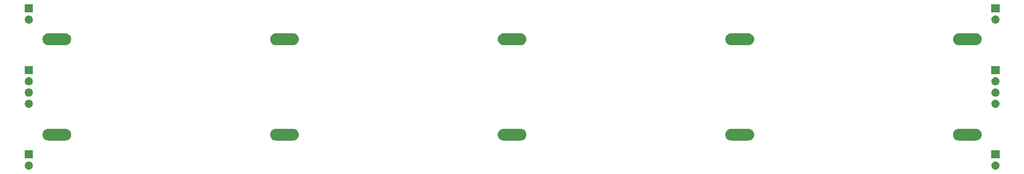
<source format=gbr>
G04 #@! TF.GenerationSoftware,KiCad,Pcbnew,(5.1.2)-2*
G04 #@! TF.CreationDate,2020-02-10T16:58:43+01:00*
G04 #@! TF.ProjectId,S174,53313734-2e6b-4696-9361-645f70636258,rev?*
G04 #@! TF.SameCoordinates,Original*
G04 #@! TF.FileFunction,Soldermask,Bot*
G04 #@! TF.FilePolarity,Negative*
%FSLAX46Y46*%
G04 Gerber Fmt 4.6, Leading zero omitted, Abs format (unit mm)*
G04 Created by KiCad (PCBNEW (5.1.2)-2) date 2020-02-10 16:58:43*
%MOMM*%
%LPD*%
G04 APERTURE LIST*
%ADD10C,0.100000*%
G04 APERTURE END LIST*
D10*
G36*
X273071213Y-113277502D02*
G01*
X273142321Y-113284505D01*
X273279172Y-113326019D01*
X273279175Y-113326020D01*
X273405294Y-113393432D01*
X273515843Y-113484157D01*
X273606568Y-113594706D01*
X273673980Y-113720825D01*
X273673981Y-113720828D01*
X273715495Y-113857679D01*
X273729512Y-114000000D01*
X273715495Y-114142321D01*
X273673981Y-114279172D01*
X273673980Y-114279175D01*
X273606568Y-114405294D01*
X273515843Y-114515843D01*
X273405294Y-114606568D01*
X273279175Y-114673980D01*
X273279172Y-114673981D01*
X273142321Y-114715495D01*
X273071213Y-114722498D01*
X273035660Y-114726000D01*
X272964340Y-114726000D01*
X272928787Y-114722498D01*
X272857679Y-114715495D01*
X272720828Y-114673981D01*
X272720825Y-114673980D01*
X272594706Y-114606568D01*
X272484157Y-114515843D01*
X272393432Y-114405294D01*
X272326020Y-114279175D01*
X272326019Y-114279172D01*
X272284505Y-114142321D01*
X272270488Y-114000000D01*
X272284505Y-113857679D01*
X272326019Y-113720828D01*
X272326020Y-113720825D01*
X272393432Y-113594706D01*
X272484157Y-113484157D01*
X272594706Y-113393432D01*
X272720825Y-113326020D01*
X272720828Y-113326019D01*
X272857679Y-113284505D01*
X272928787Y-113277502D01*
X272964340Y-113274000D01*
X273035660Y-113274000D01*
X273071213Y-113277502D01*
X273071213Y-113277502D01*
G37*
G36*
X101071213Y-113277502D02*
G01*
X101142321Y-113284505D01*
X101279172Y-113326019D01*
X101279175Y-113326020D01*
X101405294Y-113393432D01*
X101515843Y-113484157D01*
X101606568Y-113594706D01*
X101673980Y-113720825D01*
X101673981Y-113720828D01*
X101715495Y-113857679D01*
X101729512Y-114000000D01*
X101715495Y-114142321D01*
X101673981Y-114279172D01*
X101673980Y-114279175D01*
X101606568Y-114405294D01*
X101515843Y-114515843D01*
X101405294Y-114606568D01*
X101279175Y-114673980D01*
X101279172Y-114673981D01*
X101142321Y-114715495D01*
X101071213Y-114722498D01*
X101035660Y-114726000D01*
X100964340Y-114726000D01*
X100928787Y-114722498D01*
X100857679Y-114715495D01*
X100720828Y-114673981D01*
X100720825Y-114673980D01*
X100594706Y-114606568D01*
X100484157Y-114515843D01*
X100393432Y-114405294D01*
X100326020Y-114279175D01*
X100326019Y-114279172D01*
X100284505Y-114142321D01*
X100270488Y-114000000D01*
X100284505Y-113857679D01*
X100326019Y-113720828D01*
X100326020Y-113720825D01*
X100393432Y-113594706D01*
X100484157Y-113484157D01*
X100594706Y-113393432D01*
X100720825Y-113326020D01*
X100720828Y-113326019D01*
X100857679Y-113284505D01*
X100928787Y-113277502D01*
X100964340Y-113274000D01*
X101035660Y-113274000D01*
X101071213Y-113277502D01*
X101071213Y-113277502D01*
G37*
G36*
X273726000Y-112726000D02*
G01*
X272274000Y-112726000D01*
X272274000Y-111274000D01*
X273726000Y-111274000D01*
X273726000Y-112726000D01*
X273726000Y-112726000D01*
G37*
G36*
X101726000Y-112726000D02*
G01*
X100274000Y-112726000D01*
X100274000Y-111274000D01*
X101726000Y-111274000D01*
X101726000Y-112726000D01*
X101726000Y-112726000D01*
G37*
G36*
X269603097Y-107454069D02*
G01*
X269706032Y-107464207D01*
X269904146Y-107524305D01*
X269904149Y-107524306D01*
X270000975Y-107576061D01*
X270086729Y-107621897D01*
X270246765Y-107753235D01*
X270378103Y-107913271D01*
X270423939Y-107999025D01*
X270475694Y-108095851D01*
X270475695Y-108095854D01*
X270535793Y-108293968D01*
X270556085Y-108500000D01*
X270535793Y-108706032D01*
X270475695Y-108904146D01*
X270475694Y-108904149D01*
X270423939Y-109000975D01*
X270378103Y-109086729D01*
X270246765Y-109246765D01*
X270086729Y-109378103D01*
X270000975Y-109423939D01*
X269904149Y-109475694D01*
X269904146Y-109475695D01*
X269706032Y-109535793D01*
X269603097Y-109545931D01*
X269551631Y-109551000D01*
X266448369Y-109551000D01*
X266396903Y-109545931D01*
X266293968Y-109535793D01*
X266095854Y-109475695D01*
X266095851Y-109475694D01*
X265999025Y-109423939D01*
X265913271Y-109378103D01*
X265753235Y-109246765D01*
X265621897Y-109086729D01*
X265576061Y-109000975D01*
X265524306Y-108904149D01*
X265524305Y-108904146D01*
X265464207Y-108706032D01*
X265443915Y-108500000D01*
X265464207Y-108293968D01*
X265524305Y-108095854D01*
X265524306Y-108095851D01*
X265576061Y-107999025D01*
X265621897Y-107913271D01*
X265753235Y-107753235D01*
X265913271Y-107621897D01*
X265999025Y-107576061D01*
X266095851Y-107524306D01*
X266095854Y-107524305D01*
X266293968Y-107464207D01*
X266396903Y-107454069D01*
X266448369Y-107449000D01*
X269551631Y-107449000D01*
X269603097Y-107454069D01*
X269603097Y-107454069D01*
G37*
G36*
X107603097Y-107454069D02*
G01*
X107706032Y-107464207D01*
X107904146Y-107524305D01*
X107904149Y-107524306D01*
X108000975Y-107576061D01*
X108086729Y-107621897D01*
X108246765Y-107753235D01*
X108378103Y-107913271D01*
X108423939Y-107999025D01*
X108475694Y-108095851D01*
X108475695Y-108095854D01*
X108535793Y-108293968D01*
X108556085Y-108500000D01*
X108535793Y-108706032D01*
X108475695Y-108904146D01*
X108475694Y-108904149D01*
X108423939Y-109000975D01*
X108378103Y-109086729D01*
X108246765Y-109246765D01*
X108086729Y-109378103D01*
X108000975Y-109423939D01*
X107904149Y-109475694D01*
X107904146Y-109475695D01*
X107706032Y-109535793D01*
X107603097Y-109545931D01*
X107551631Y-109551000D01*
X104448369Y-109551000D01*
X104396903Y-109545931D01*
X104293968Y-109535793D01*
X104095854Y-109475695D01*
X104095851Y-109475694D01*
X103999025Y-109423939D01*
X103913271Y-109378103D01*
X103753235Y-109246765D01*
X103621897Y-109086729D01*
X103576061Y-109000975D01*
X103524306Y-108904149D01*
X103524305Y-108904146D01*
X103464207Y-108706032D01*
X103443915Y-108500000D01*
X103464207Y-108293968D01*
X103524305Y-108095854D01*
X103524306Y-108095851D01*
X103576061Y-107999025D01*
X103621897Y-107913271D01*
X103753235Y-107753235D01*
X103913271Y-107621897D01*
X103999025Y-107576061D01*
X104095851Y-107524306D01*
X104095854Y-107524305D01*
X104293968Y-107464207D01*
X104396903Y-107454069D01*
X104448369Y-107449000D01*
X107551631Y-107449000D01*
X107603097Y-107454069D01*
X107603097Y-107454069D01*
G37*
G36*
X148103097Y-107454069D02*
G01*
X148206032Y-107464207D01*
X148404146Y-107524305D01*
X148404149Y-107524306D01*
X148500975Y-107576061D01*
X148586729Y-107621897D01*
X148746765Y-107753235D01*
X148878103Y-107913271D01*
X148923939Y-107999025D01*
X148975694Y-108095851D01*
X148975695Y-108095854D01*
X149035793Y-108293968D01*
X149056085Y-108500000D01*
X149035793Y-108706032D01*
X148975695Y-108904146D01*
X148975694Y-108904149D01*
X148923939Y-109000975D01*
X148878103Y-109086729D01*
X148746765Y-109246765D01*
X148586729Y-109378103D01*
X148500975Y-109423939D01*
X148404149Y-109475694D01*
X148404146Y-109475695D01*
X148206032Y-109535793D01*
X148103097Y-109545931D01*
X148051631Y-109551000D01*
X144948369Y-109551000D01*
X144896903Y-109545931D01*
X144793968Y-109535793D01*
X144595854Y-109475695D01*
X144595851Y-109475694D01*
X144499025Y-109423939D01*
X144413271Y-109378103D01*
X144253235Y-109246765D01*
X144121897Y-109086729D01*
X144076061Y-109000975D01*
X144024306Y-108904149D01*
X144024305Y-108904146D01*
X143964207Y-108706032D01*
X143943915Y-108500000D01*
X143964207Y-108293968D01*
X144024305Y-108095854D01*
X144024306Y-108095851D01*
X144076061Y-107999025D01*
X144121897Y-107913271D01*
X144253235Y-107753235D01*
X144413271Y-107621897D01*
X144499025Y-107576061D01*
X144595851Y-107524306D01*
X144595854Y-107524305D01*
X144793968Y-107464207D01*
X144896903Y-107454069D01*
X144948369Y-107449000D01*
X148051631Y-107449000D01*
X148103097Y-107454069D01*
X148103097Y-107454069D01*
G37*
G36*
X188603097Y-107454069D02*
G01*
X188706032Y-107464207D01*
X188904146Y-107524305D01*
X188904149Y-107524306D01*
X189000975Y-107576061D01*
X189086729Y-107621897D01*
X189246765Y-107753235D01*
X189378103Y-107913271D01*
X189423939Y-107999025D01*
X189475694Y-108095851D01*
X189475695Y-108095854D01*
X189535793Y-108293968D01*
X189556085Y-108500000D01*
X189535793Y-108706032D01*
X189475695Y-108904146D01*
X189475694Y-108904149D01*
X189423939Y-109000975D01*
X189378103Y-109086729D01*
X189246765Y-109246765D01*
X189086729Y-109378103D01*
X189000975Y-109423939D01*
X188904149Y-109475694D01*
X188904146Y-109475695D01*
X188706032Y-109535793D01*
X188603097Y-109545931D01*
X188551631Y-109551000D01*
X185448369Y-109551000D01*
X185396903Y-109545931D01*
X185293968Y-109535793D01*
X185095854Y-109475695D01*
X185095851Y-109475694D01*
X184999025Y-109423939D01*
X184913271Y-109378103D01*
X184753235Y-109246765D01*
X184621897Y-109086729D01*
X184576061Y-109000975D01*
X184524306Y-108904149D01*
X184524305Y-108904146D01*
X184464207Y-108706032D01*
X184443915Y-108500000D01*
X184464207Y-108293968D01*
X184524305Y-108095854D01*
X184524306Y-108095851D01*
X184576061Y-107999025D01*
X184621897Y-107913271D01*
X184753235Y-107753235D01*
X184913271Y-107621897D01*
X184999025Y-107576061D01*
X185095851Y-107524306D01*
X185095854Y-107524305D01*
X185293968Y-107464207D01*
X185396903Y-107454069D01*
X185448369Y-107449000D01*
X188551631Y-107449000D01*
X188603097Y-107454069D01*
X188603097Y-107454069D01*
G37*
G36*
X229103097Y-107454069D02*
G01*
X229206032Y-107464207D01*
X229404146Y-107524305D01*
X229404149Y-107524306D01*
X229500975Y-107576061D01*
X229586729Y-107621897D01*
X229746765Y-107753235D01*
X229878103Y-107913271D01*
X229923939Y-107999025D01*
X229975694Y-108095851D01*
X229975695Y-108095854D01*
X230035793Y-108293968D01*
X230056085Y-108500000D01*
X230035793Y-108706032D01*
X229975695Y-108904146D01*
X229975694Y-108904149D01*
X229923939Y-109000975D01*
X229878103Y-109086729D01*
X229746765Y-109246765D01*
X229586729Y-109378103D01*
X229500975Y-109423939D01*
X229404149Y-109475694D01*
X229404146Y-109475695D01*
X229206032Y-109535793D01*
X229103097Y-109545931D01*
X229051631Y-109551000D01*
X225948369Y-109551000D01*
X225896903Y-109545931D01*
X225793968Y-109535793D01*
X225595854Y-109475695D01*
X225595851Y-109475694D01*
X225499025Y-109423939D01*
X225413271Y-109378103D01*
X225253235Y-109246765D01*
X225121897Y-109086729D01*
X225076061Y-109000975D01*
X225024306Y-108904149D01*
X225024305Y-108904146D01*
X224964207Y-108706032D01*
X224943915Y-108500000D01*
X224964207Y-108293968D01*
X225024305Y-108095854D01*
X225024306Y-108095851D01*
X225076061Y-107999025D01*
X225121897Y-107913271D01*
X225253235Y-107753235D01*
X225413271Y-107621897D01*
X225499025Y-107576061D01*
X225595851Y-107524306D01*
X225595854Y-107524305D01*
X225793968Y-107464207D01*
X225896903Y-107454069D01*
X225948369Y-107449000D01*
X229051631Y-107449000D01*
X229103097Y-107454069D01*
X229103097Y-107454069D01*
G37*
G36*
X273071213Y-102277502D02*
G01*
X273142321Y-102284505D01*
X273279172Y-102326019D01*
X273279175Y-102326020D01*
X273405294Y-102393432D01*
X273515843Y-102484157D01*
X273606568Y-102594706D01*
X273673980Y-102720825D01*
X273673981Y-102720828D01*
X273715495Y-102857679D01*
X273729512Y-103000000D01*
X273715495Y-103142321D01*
X273673981Y-103279172D01*
X273673980Y-103279175D01*
X273606568Y-103405294D01*
X273515843Y-103515843D01*
X273405294Y-103606568D01*
X273279175Y-103673980D01*
X273279172Y-103673981D01*
X273142321Y-103715495D01*
X273071213Y-103722498D01*
X273035660Y-103726000D01*
X272964340Y-103726000D01*
X272928787Y-103722498D01*
X272857679Y-103715495D01*
X272720828Y-103673981D01*
X272720825Y-103673980D01*
X272594706Y-103606568D01*
X272484157Y-103515843D01*
X272393432Y-103405294D01*
X272326020Y-103279175D01*
X272326019Y-103279172D01*
X272284505Y-103142321D01*
X272270488Y-103000000D01*
X272284505Y-102857679D01*
X272326019Y-102720828D01*
X272326020Y-102720825D01*
X272393432Y-102594706D01*
X272484157Y-102484157D01*
X272594706Y-102393432D01*
X272720825Y-102326020D01*
X272720828Y-102326019D01*
X272857679Y-102284505D01*
X272928787Y-102277502D01*
X272964340Y-102274000D01*
X273035660Y-102274000D01*
X273071213Y-102277502D01*
X273071213Y-102277502D01*
G37*
G36*
X101071213Y-102277502D02*
G01*
X101142321Y-102284505D01*
X101279172Y-102326019D01*
X101279175Y-102326020D01*
X101405294Y-102393432D01*
X101515843Y-102484157D01*
X101606568Y-102594706D01*
X101673980Y-102720825D01*
X101673981Y-102720828D01*
X101715495Y-102857679D01*
X101729512Y-103000000D01*
X101715495Y-103142321D01*
X101673981Y-103279172D01*
X101673980Y-103279175D01*
X101606568Y-103405294D01*
X101515843Y-103515843D01*
X101405294Y-103606568D01*
X101279175Y-103673980D01*
X101279172Y-103673981D01*
X101142321Y-103715495D01*
X101071213Y-103722498D01*
X101035660Y-103726000D01*
X100964340Y-103726000D01*
X100928787Y-103722498D01*
X100857679Y-103715495D01*
X100720828Y-103673981D01*
X100720825Y-103673980D01*
X100594706Y-103606568D01*
X100484157Y-103515843D01*
X100393432Y-103405294D01*
X100326020Y-103279175D01*
X100326019Y-103279172D01*
X100284505Y-103142321D01*
X100270488Y-103000000D01*
X100284505Y-102857679D01*
X100326019Y-102720828D01*
X100326020Y-102720825D01*
X100393432Y-102594706D01*
X100484157Y-102484157D01*
X100594706Y-102393432D01*
X100720825Y-102326020D01*
X100720828Y-102326019D01*
X100857679Y-102284505D01*
X100928787Y-102277502D01*
X100964340Y-102274000D01*
X101035660Y-102274000D01*
X101071213Y-102277502D01*
X101071213Y-102277502D01*
G37*
G36*
X101071213Y-100277502D02*
G01*
X101142321Y-100284505D01*
X101279172Y-100326019D01*
X101279175Y-100326020D01*
X101405294Y-100393432D01*
X101515843Y-100484157D01*
X101606568Y-100594706D01*
X101673980Y-100720825D01*
X101673981Y-100720828D01*
X101715495Y-100857679D01*
X101729512Y-101000000D01*
X101715495Y-101142321D01*
X101673981Y-101279172D01*
X101673980Y-101279175D01*
X101606568Y-101405294D01*
X101515843Y-101515843D01*
X101405294Y-101606568D01*
X101279175Y-101673980D01*
X101279172Y-101673981D01*
X101142321Y-101715495D01*
X101071213Y-101722498D01*
X101035660Y-101726000D01*
X100964340Y-101726000D01*
X100928787Y-101722498D01*
X100857679Y-101715495D01*
X100720828Y-101673981D01*
X100720825Y-101673980D01*
X100594706Y-101606568D01*
X100484157Y-101515843D01*
X100393432Y-101405294D01*
X100326020Y-101279175D01*
X100326019Y-101279172D01*
X100284505Y-101142321D01*
X100270488Y-101000000D01*
X100284505Y-100857679D01*
X100326019Y-100720828D01*
X100326020Y-100720825D01*
X100393432Y-100594706D01*
X100484157Y-100484157D01*
X100594706Y-100393432D01*
X100720825Y-100326020D01*
X100720828Y-100326019D01*
X100857679Y-100284505D01*
X100928787Y-100277502D01*
X100964340Y-100274000D01*
X101035660Y-100274000D01*
X101071213Y-100277502D01*
X101071213Y-100277502D01*
G37*
G36*
X273071213Y-100277502D02*
G01*
X273142321Y-100284505D01*
X273279172Y-100326019D01*
X273279175Y-100326020D01*
X273405294Y-100393432D01*
X273515843Y-100484157D01*
X273606568Y-100594706D01*
X273673980Y-100720825D01*
X273673981Y-100720828D01*
X273715495Y-100857679D01*
X273729512Y-101000000D01*
X273715495Y-101142321D01*
X273673981Y-101279172D01*
X273673980Y-101279175D01*
X273606568Y-101405294D01*
X273515843Y-101515843D01*
X273405294Y-101606568D01*
X273279175Y-101673980D01*
X273279172Y-101673981D01*
X273142321Y-101715495D01*
X273071213Y-101722498D01*
X273035660Y-101726000D01*
X272964340Y-101726000D01*
X272928787Y-101722498D01*
X272857679Y-101715495D01*
X272720828Y-101673981D01*
X272720825Y-101673980D01*
X272594706Y-101606568D01*
X272484157Y-101515843D01*
X272393432Y-101405294D01*
X272326020Y-101279175D01*
X272326019Y-101279172D01*
X272284505Y-101142321D01*
X272270488Y-101000000D01*
X272284505Y-100857679D01*
X272326019Y-100720828D01*
X272326020Y-100720825D01*
X272393432Y-100594706D01*
X272484157Y-100484157D01*
X272594706Y-100393432D01*
X272720825Y-100326020D01*
X272720828Y-100326019D01*
X272857679Y-100284505D01*
X272928787Y-100277502D01*
X272964340Y-100274000D01*
X273035660Y-100274000D01*
X273071213Y-100277502D01*
X273071213Y-100277502D01*
G37*
G36*
X273071213Y-98277502D02*
G01*
X273142321Y-98284505D01*
X273279172Y-98326019D01*
X273279175Y-98326020D01*
X273405294Y-98393432D01*
X273515843Y-98484157D01*
X273606568Y-98594706D01*
X273673980Y-98720825D01*
X273673981Y-98720828D01*
X273715495Y-98857679D01*
X273729512Y-99000000D01*
X273715495Y-99142321D01*
X273673981Y-99279172D01*
X273673980Y-99279175D01*
X273606568Y-99405294D01*
X273515843Y-99515843D01*
X273405294Y-99606568D01*
X273279175Y-99673980D01*
X273279172Y-99673981D01*
X273142321Y-99715495D01*
X273071213Y-99722498D01*
X273035660Y-99726000D01*
X272964340Y-99726000D01*
X272928787Y-99722498D01*
X272857679Y-99715495D01*
X272720828Y-99673981D01*
X272720825Y-99673980D01*
X272594706Y-99606568D01*
X272484157Y-99515843D01*
X272393432Y-99405294D01*
X272326020Y-99279175D01*
X272326019Y-99279172D01*
X272284505Y-99142321D01*
X272270488Y-99000000D01*
X272284505Y-98857679D01*
X272326019Y-98720828D01*
X272326020Y-98720825D01*
X272393432Y-98594706D01*
X272484157Y-98484157D01*
X272594706Y-98393432D01*
X272720825Y-98326020D01*
X272720828Y-98326019D01*
X272857679Y-98284505D01*
X272928787Y-98277502D01*
X272964340Y-98274000D01*
X273035660Y-98274000D01*
X273071213Y-98277502D01*
X273071213Y-98277502D01*
G37*
G36*
X101071213Y-98277502D02*
G01*
X101142321Y-98284505D01*
X101279172Y-98326019D01*
X101279175Y-98326020D01*
X101405294Y-98393432D01*
X101515843Y-98484157D01*
X101606568Y-98594706D01*
X101673980Y-98720825D01*
X101673981Y-98720828D01*
X101715495Y-98857679D01*
X101729512Y-99000000D01*
X101715495Y-99142321D01*
X101673981Y-99279172D01*
X101673980Y-99279175D01*
X101606568Y-99405294D01*
X101515843Y-99515843D01*
X101405294Y-99606568D01*
X101279175Y-99673980D01*
X101279172Y-99673981D01*
X101142321Y-99715495D01*
X101071213Y-99722498D01*
X101035660Y-99726000D01*
X100964340Y-99726000D01*
X100928787Y-99722498D01*
X100857679Y-99715495D01*
X100720828Y-99673981D01*
X100720825Y-99673980D01*
X100594706Y-99606568D01*
X100484157Y-99515843D01*
X100393432Y-99405294D01*
X100326020Y-99279175D01*
X100326019Y-99279172D01*
X100284505Y-99142321D01*
X100270488Y-99000000D01*
X100284505Y-98857679D01*
X100326019Y-98720828D01*
X100326020Y-98720825D01*
X100393432Y-98594706D01*
X100484157Y-98484157D01*
X100594706Y-98393432D01*
X100720825Y-98326020D01*
X100720828Y-98326019D01*
X100857679Y-98284505D01*
X100928787Y-98277502D01*
X100964340Y-98274000D01*
X101035660Y-98274000D01*
X101071213Y-98277502D01*
X101071213Y-98277502D01*
G37*
G36*
X273726000Y-97726000D02*
G01*
X272274000Y-97726000D01*
X272274000Y-96274000D01*
X273726000Y-96274000D01*
X273726000Y-97726000D01*
X273726000Y-97726000D01*
G37*
G36*
X101726000Y-97726000D02*
G01*
X100274000Y-97726000D01*
X100274000Y-96274000D01*
X101726000Y-96274000D01*
X101726000Y-97726000D01*
X101726000Y-97726000D01*
G37*
G36*
X229103097Y-90454069D02*
G01*
X229206032Y-90464207D01*
X229404146Y-90524305D01*
X229404149Y-90524306D01*
X229500975Y-90576061D01*
X229586729Y-90621897D01*
X229746765Y-90753235D01*
X229878103Y-90913271D01*
X229923939Y-90999025D01*
X229975694Y-91095851D01*
X229975695Y-91095854D01*
X230035793Y-91293968D01*
X230056085Y-91500000D01*
X230035793Y-91706032D01*
X229975695Y-91904146D01*
X229975694Y-91904149D01*
X229923939Y-92000975D01*
X229878103Y-92086729D01*
X229746765Y-92246765D01*
X229586729Y-92378103D01*
X229500975Y-92423939D01*
X229404149Y-92475694D01*
X229404146Y-92475695D01*
X229206032Y-92535793D01*
X229103097Y-92545931D01*
X229051631Y-92551000D01*
X225948369Y-92551000D01*
X225896903Y-92545931D01*
X225793968Y-92535793D01*
X225595854Y-92475695D01*
X225595851Y-92475694D01*
X225499025Y-92423939D01*
X225413271Y-92378103D01*
X225253235Y-92246765D01*
X225121897Y-92086729D01*
X225076061Y-92000975D01*
X225024306Y-91904149D01*
X225024305Y-91904146D01*
X224964207Y-91706032D01*
X224943915Y-91500000D01*
X224964207Y-91293968D01*
X225024305Y-91095854D01*
X225024306Y-91095851D01*
X225076061Y-90999025D01*
X225121897Y-90913271D01*
X225253235Y-90753235D01*
X225413271Y-90621897D01*
X225499025Y-90576061D01*
X225595851Y-90524306D01*
X225595854Y-90524305D01*
X225793968Y-90464207D01*
X225896903Y-90454069D01*
X225948369Y-90449000D01*
X229051631Y-90449000D01*
X229103097Y-90454069D01*
X229103097Y-90454069D01*
G37*
G36*
X148103097Y-90454069D02*
G01*
X148206032Y-90464207D01*
X148404146Y-90524305D01*
X148404149Y-90524306D01*
X148500975Y-90576061D01*
X148586729Y-90621897D01*
X148746765Y-90753235D01*
X148878103Y-90913271D01*
X148923939Y-90999025D01*
X148975694Y-91095851D01*
X148975695Y-91095854D01*
X149035793Y-91293968D01*
X149056085Y-91500000D01*
X149035793Y-91706032D01*
X148975695Y-91904146D01*
X148975694Y-91904149D01*
X148923939Y-92000975D01*
X148878103Y-92086729D01*
X148746765Y-92246765D01*
X148586729Y-92378103D01*
X148500975Y-92423939D01*
X148404149Y-92475694D01*
X148404146Y-92475695D01*
X148206032Y-92535793D01*
X148103097Y-92545931D01*
X148051631Y-92551000D01*
X144948369Y-92551000D01*
X144896903Y-92545931D01*
X144793968Y-92535793D01*
X144595854Y-92475695D01*
X144595851Y-92475694D01*
X144499025Y-92423939D01*
X144413271Y-92378103D01*
X144253235Y-92246765D01*
X144121897Y-92086729D01*
X144076061Y-92000975D01*
X144024306Y-91904149D01*
X144024305Y-91904146D01*
X143964207Y-91706032D01*
X143943915Y-91500000D01*
X143964207Y-91293968D01*
X144024305Y-91095854D01*
X144024306Y-91095851D01*
X144076061Y-90999025D01*
X144121897Y-90913271D01*
X144253235Y-90753235D01*
X144413271Y-90621897D01*
X144499025Y-90576061D01*
X144595851Y-90524306D01*
X144595854Y-90524305D01*
X144793968Y-90464207D01*
X144896903Y-90454069D01*
X144948369Y-90449000D01*
X148051631Y-90449000D01*
X148103097Y-90454069D01*
X148103097Y-90454069D01*
G37*
G36*
X188603097Y-90454069D02*
G01*
X188706032Y-90464207D01*
X188904146Y-90524305D01*
X188904149Y-90524306D01*
X189000975Y-90576061D01*
X189086729Y-90621897D01*
X189246765Y-90753235D01*
X189378103Y-90913271D01*
X189423939Y-90999025D01*
X189475694Y-91095851D01*
X189475695Y-91095854D01*
X189535793Y-91293968D01*
X189556085Y-91500000D01*
X189535793Y-91706032D01*
X189475695Y-91904146D01*
X189475694Y-91904149D01*
X189423939Y-92000975D01*
X189378103Y-92086729D01*
X189246765Y-92246765D01*
X189086729Y-92378103D01*
X189000975Y-92423939D01*
X188904149Y-92475694D01*
X188904146Y-92475695D01*
X188706032Y-92535793D01*
X188603097Y-92545931D01*
X188551631Y-92551000D01*
X185448369Y-92551000D01*
X185396903Y-92545931D01*
X185293968Y-92535793D01*
X185095854Y-92475695D01*
X185095851Y-92475694D01*
X184999025Y-92423939D01*
X184913271Y-92378103D01*
X184753235Y-92246765D01*
X184621897Y-92086729D01*
X184576061Y-92000975D01*
X184524306Y-91904149D01*
X184524305Y-91904146D01*
X184464207Y-91706032D01*
X184443915Y-91500000D01*
X184464207Y-91293968D01*
X184524305Y-91095854D01*
X184524306Y-91095851D01*
X184576061Y-90999025D01*
X184621897Y-90913271D01*
X184753235Y-90753235D01*
X184913271Y-90621897D01*
X184999025Y-90576061D01*
X185095851Y-90524306D01*
X185095854Y-90524305D01*
X185293968Y-90464207D01*
X185396903Y-90454069D01*
X185448369Y-90449000D01*
X188551631Y-90449000D01*
X188603097Y-90454069D01*
X188603097Y-90454069D01*
G37*
G36*
X269603097Y-90454069D02*
G01*
X269706032Y-90464207D01*
X269904146Y-90524305D01*
X269904149Y-90524306D01*
X270000975Y-90576061D01*
X270086729Y-90621897D01*
X270246765Y-90753235D01*
X270378103Y-90913271D01*
X270423939Y-90999025D01*
X270475694Y-91095851D01*
X270475695Y-91095854D01*
X270535793Y-91293968D01*
X270556085Y-91500000D01*
X270535793Y-91706032D01*
X270475695Y-91904146D01*
X270475694Y-91904149D01*
X270423939Y-92000975D01*
X270378103Y-92086729D01*
X270246765Y-92246765D01*
X270086729Y-92378103D01*
X270000975Y-92423939D01*
X269904149Y-92475694D01*
X269904146Y-92475695D01*
X269706032Y-92535793D01*
X269603097Y-92545931D01*
X269551631Y-92551000D01*
X266448369Y-92551000D01*
X266396903Y-92545931D01*
X266293968Y-92535793D01*
X266095854Y-92475695D01*
X266095851Y-92475694D01*
X265999025Y-92423939D01*
X265913271Y-92378103D01*
X265753235Y-92246765D01*
X265621897Y-92086729D01*
X265576061Y-92000975D01*
X265524306Y-91904149D01*
X265524305Y-91904146D01*
X265464207Y-91706032D01*
X265443915Y-91500000D01*
X265464207Y-91293968D01*
X265524305Y-91095854D01*
X265524306Y-91095851D01*
X265576061Y-90999025D01*
X265621897Y-90913271D01*
X265753235Y-90753235D01*
X265913271Y-90621897D01*
X265999025Y-90576061D01*
X266095851Y-90524306D01*
X266095854Y-90524305D01*
X266293968Y-90464207D01*
X266396903Y-90454069D01*
X266448369Y-90449000D01*
X269551631Y-90449000D01*
X269603097Y-90454069D01*
X269603097Y-90454069D01*
G37*
G36*
X107603097Y-90454069D02*
G01*
X107706032Y-90464207D01*
X107904146Y-90524305D01*
X107904149Y-90524306D01*
X108000975Y-90576061D01*
X108086729Y-90621897D01*
X108246765Y-90753235D01*
X108378103Y-90913271D01*
X108423939Y-90999025D01*
X108475694Y-91095851D01*
X108475695Y-91095854D01*
X108535793Y-91293968D01*
X108556085Y-91500000D01*
X108535793Y-91706032D01*
X108475695Y-91904146D01*
X108475694Y-91904149D01*
X108423939Y-92000975D01*
X108378103Y-92086729D01*
X108246765Y-92246765D01*
X108086729Y-92378103D01*
X108000975Y-92423939D01*
X107904149Y-92475694D01*
X107904146Y-92475695D01*
X107706032Y-92535793D01*
X107603097Y-92545931D01*
X107551631Y-92551000D01*
X104448369Y-92551000D01*
X104396903Y-92545931D01*
X104293968Y-92535793D01*
X104095854Y-92475695D01*
X104095851Y-92475694D01*
X103999025Y-92423939D01*
X103913271Y-92378103D01*
X103753235Y-92246765D01*
X103621897Y-92086729D01*
X103576061Y-92000975D01*
X103524306Y-91904149D01*
X103524305Y-91904146D01*
X103464207Y-91706032D01*
X103443915Y-91500000D01*
X103464207Y-91293968D01*
X103524305Y-91095854D01*
X103524306Y-91095851D01*
X103576061Y-90999025D01*
X103621897Y-90913271D01*
X103753235Y-90753235D01*
X103913271Y-90621897D01*
X103999025Y-90576061D01*
X104095851Y-90524306D01*
X104095854Y-90524305D01*
X104293968Y-90464207D01*
X104396903Y-90454069D01*
X104448369Y-90449000D01*
X107551631Y-90449000D01*
X107603097Y-90454069D01*
X107603097Y-90454069D01*
G37*
G36*
X101071213Y-87277502D02*
G01*
X101142321Y-87284505D01*
X101279172Y-87326019D01*
X101279175Y-87326020D01*
X101405294Y-87393432D01*
X101515843Y-87484157D01*
X101606568Y-87594706D01*
X101673980Y-87720825D01*
X101673981Y-87720828D01*
X101715495Y-87857679D01*
X101729512Y-88000000D01*
X101715495Y-88142321D01*
X101673981Y-88279172D01*
X101673980Y-88279175D01*
X101606568Y-88405294D01*
X101515843Y-88515843D01*
X101405294Y-88606568D01*
X101279175Y-88673980D01*
X101279172Y-88673981D01*
X101142321Y-88715495D01*
X101071213Y-88722498D01*
X101035660Y-88726000D01*
X100964340Y-88726000D01*
X100928787Y-88722498D01*
X100857679Y-88715495D01*
X100720828Y-88673981D01*
X100720825Y-88673980D01*
X100594706Y-88606568D01*
X100484157Y-88515843D01*
X100393432Y-88405294D01*
X100326020Y-88279175D01*
X100326019Y-88279172D01*
X100284505Y-88142321D01*
X100270488Y-88000000D01*
X100284505Y-87857679D01*
X100326019Y-87720828D01*
X100326020Y-87720825D01*
X100393432Y-87594706D01*
X100484157Y-87484157D01*
X100594706Y-87393432D01*
X100720825Y-87326020D01*
X100720828Y-87326019D01*
X100857679Y-87284505D01*
X100928787Y-87277502D01*
X100964340Y-87274000D01*
X101035660Y-87274000D01*
X101071213Y-87277502D01*
X101071213Y-87277502D01*
G37*
G36*
X273071213Y-87277502D02*
G01*
X273142321Y-87284505D01*
X273279172Y-87326019D01*
X273279175Y-87326020D01*
X273405294Y-87393432D01*
X273515843Y-87484157D01*
X273606568Y-87594706D01*
X273673980Y-87720825D01*
X273673981Y-87720828D01*
X273715495Y-87857679D01*
X273729512Y-88000000D01*
X273715495Y-88142321D01*
X273673981Y-88279172D01*
X273673980Y-88279175D01*
X273606568Y-88405294D01*
X273515843Y-88515843D01*
X273405294Y-88606568D01*
X273279175Y-88673980D01*
X273279172Y-88673981D01*
X273142321Y-88715495D01*
X273071213Y-88722498D01*
X273035660Y-88726000D01*
X272964340Y-88726000D01*
X272928787Y-88722498D01*
X272857679Y-88715495D01*
X272720828Y-88673981D01*
X272720825Y-88673980D01*
X272594706Y-88606568D01*
X272484157Y-88515843D01*
X272393432Y-88405294D01*
X272326020Y-88279175D01*
X272326019Y-88279172D01*
X272284505Y-88142321D01*
X272270488Y-88000000D01*
X272284505Y-87857679D01*
X272326019Y-87720828D01*
X272326020Y-87720825D01*
X272393432Y-87594706D01*
X272484157Y-87484157D01*
X272594706Y-87393432D01*
X272720825Y-87326020D01*
X272720828Y-87326019D01*
X272857679Y-87284505D01*
X272928787Y-87277502D01*
X272964340Y-87274000D01*
X273035660Y-87274000D01*
X273071213Y-87277502D01*
X273071213Y-87277502D01*
G37*
G36*
X101726000Y-86726000D02*
G01*
X100274000Y-86726000D01*
X100274000Y-85274000D01*
X101726000Y-85274000D01*
X101726000Y-86726000D01*
X101726000Y-86726000D01*
G37*
G36*
X273726000Y-86726000D02*
G01*
X272274000Y-86726000D01*
X272274000Y-85274000D01*
X273726000Y-85274000D01*
X273726000Y-86726000D01*
X273726000Y-86726000D01*
G37*
M02*

</source>
